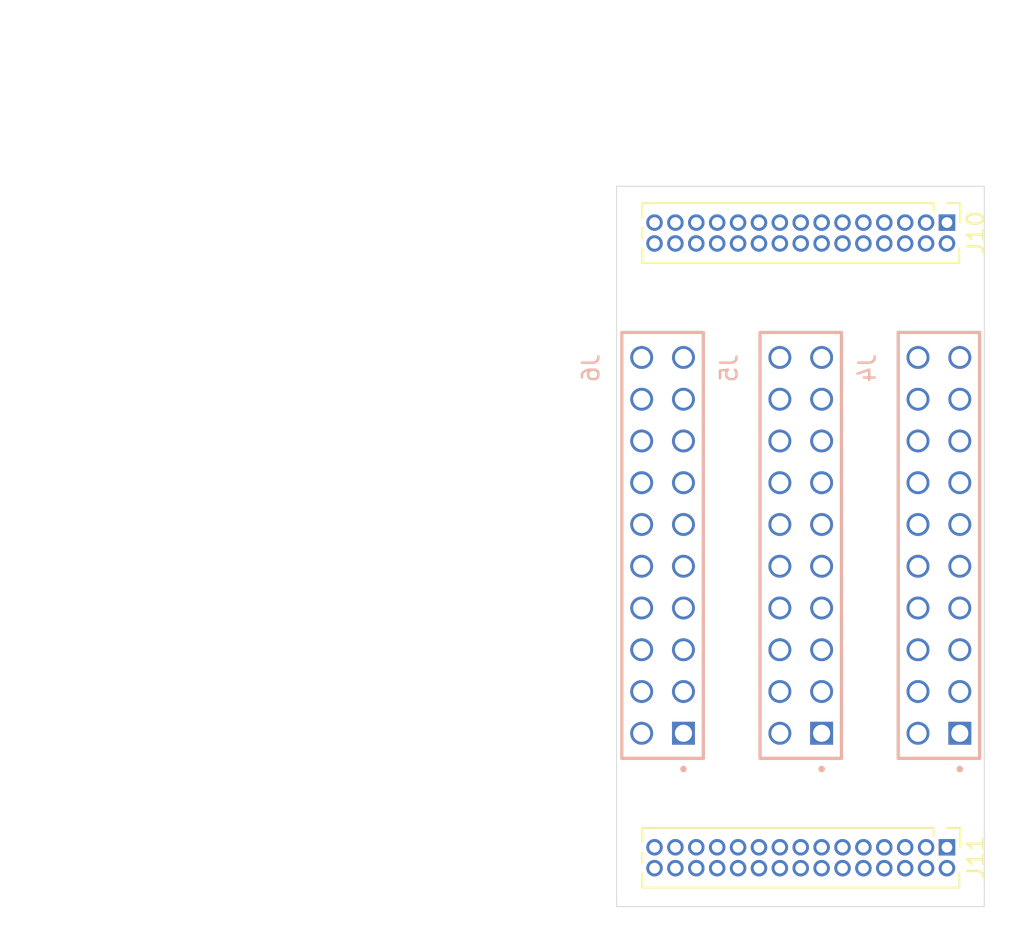
<source format=kicad_pcb>
(kicad_pcb (version 20241229) (generator "pcbnew") (generator_version "9.0")
  (layers (0 "F.Cu" mixed) (4 "In1.Cu" signal) (6 "In2.Cu" signal) (2 "B.Cu" mixed) (13 "F.Paste" user) (15 "B.Paste" user) (5 "F.SilkS" user "F.Silkscreen") (7 "B.SilkS" user "B.Silkscreen") (1 "F.Mask" user) (3 "B.Mask" user) (25 "Edge.Cuts" user))
  (net 0 "")
  (net 1 "+12V")
  (net 2 "GND")
  (net 3 "2")
  (net 4 "4")
  (net 5 "CAN1_L")
  (net 6 "CAN2_L")
  (net 7 "8")
  (net 8 "10")
  (net 9 "12")
  (net 10 "13")
  (net 11 "15")
  (net 12 "CAN1_H")
  (net 13 "CAN2_H")
  (net 14 "18")
  (net 15 "20")
  (net 16 "6")
  (net 17 "7")
  (net 18 "19")
  (net 19 "11")
  (net 20 "14")
  (net 21 "17")
  (net 22 "1")
  (net 23 "9")
  (net 24 "16")
  (net 25 "30")
  (net 26 "40")
  (net 27 "25")
  (net 28 "23")
  (net 29 "38")
  (net 30 "26")
  (net 31 "35")
  (net 32 "34")
  (net 33 "39")
  (net 34 "36")
  (net 35 "31")
  (net 36 "22")
  (net 37 "28")
  (net 38 "37")
  (net 39 "33")
  (net 40 "29")
  (net 41 "21")
  (net 42 "27")
  (net 43 "49")
  (net 44 "53")
  (net 45 "59")
  (net 46 "48")
  (net 47 "47")
  (net 48 "56")
  (net 49 "52")
  (net 50 "57")
  (net 51 "41")
  (net 52 "58")
  (net 53 "45")
  (net 54 "54")
  (net 55 "60")
  (net 56 "55")
  (net 57 "51")
  (net 58 "50")
  (net 59 "43")
  (net 60 "42")
  (footprint "Connector_PinHeader_1.27mm:PinHeader_2x15_P1.27mm_Vertical" (layer "F.Cu") (at 144.572 102.539 -90)
    (property "Reference" "J10" (at 0.635 -1.745 90) (layer "F.SilkS"))
    (property "Value" "B2B_1")
    (fp_line (start -1.18 18.525) (end -0.317923 18.525) (stroke (width 0.12)) (layer "F.SilkS"))
    (fp_line (start 0.317923 18.525) (end 0.952077 18.525) (stroke (width 0.12)) (layer "F.SilkS"))
    (fp_line (start 1.587923 18.525) (end 2.45 18.525) (stroke (width 0.12)) (layer "F.SilkS"))
    (fp_line (start -1.18 0.81) (end -1.18 18.525) (stroke (width 0.12)) (layer "F.SilkS"))
    (fp_line (start -1.18 0.81) (end -0.666708 0.81) (stroke (width 0.12)) (layer "F.SilkS"))
    (fp_line (start -1.18 0) (end -1.18 -0.81) (stroke (width 0.12)) (layer "F.SilkS"))
    (fp_line (start 1.587923 -0.745) (end 2.45 -0.745) (stroke (width 0.12)) (layer "F.SilkS"))
    (fp_line (start 2.45 -0.745) (end 2.45 18.525) (stroke (width 0.12)) (layer "F.SilkS"))
    (fp_line (start -1.18 -0.81) (end 0 -0.81) (stroke (width 0.12)) (layer "F.SilkS"))
    (pad "1" thru_hole rect (at 0 0 270) (size 1 1) (drill 0.65) (layers "*.Cu" "*.Mask") (net 19 "11"))
    (pad "2" thru_hole circle (at 1.27 0 270) (size 1 1) (drill 0.65) (layers "*.Cu" "*.Mask") (net 9 "12"))
    (pad "3" thru_hole circle (at 0 1.27 270) (size 1 1) (drill 0.65) (layers "*.Cu" "*.Mask") (net 8 "10"))
    (pad "4" thru_hole circle (at 1.27 1.27 270) (size 1 1) (drill 0.65) (layers "*.Cu" "*.Mask") (net 10 "13"))
    (pad "5" thru_hole circle (at 0 2.54 270) (size 1 1) (drill 0.65) (layers "*.Cu" "*.Mask") (net 23 "9"))
    (pad "6" thru_hole circle (at 1.27 2.54 270) (size 1 1) (drill 0.65) (layers "*.Cu" "*.Mask") (net 20 "14"))
    (pad "7" thru_hole circle (at 0 3.81 270) (size 1 1) (drill 0.65) (layers "*.Cu" "*.Mask") (net 7 "8"))
    (pad "8" thru_hole circle (at 1.27 3.81 270) (size 1 1) (drill 0.65) (layers "*.Cu" "*.Mask") (net 11 "15"))
    (pad "9" thru_hole circle (at 0 5.08 270) (size 1 1) (drill 0.65) (layers "*.Cu" "*.Mask") (net 17 "7"))
    (pad "10" thru_hole circle (at 1.27 5.08 270) (size 1 1) (drill 0.65) (layers "*.Cu" "*.Mask") (net 24 "16"))
    (pad "11" thru_hole circle (at 0 6.35 270) (size 1 1) (drill 0.65) (layers "*.Cu" "*.Mask") (net 16 "6"))
    (pad "12" thru_hole circle (at 1.27 6.35 270) (size 1 1) (drill 0.65) (layers "*.Cu" "*.Mask") (net 21 "17"))
    (pad "13" thru_hole circle (at 0 7.62 270) (size 1 1) (drill 0.65) (layers "*.Cu" "*.Mask") (net 4 "4"))
    (pad "14" thru_hole circle (at 1.27 7.62 270) (size 1 1) (drill 0.65) (layers "*.Cu" "*.Mask") (net 14 "18"))
    (pad "15" thru_hole circle (at 0 8.89 270) (size 1 1) (drill 0.65) (layers "*.Cu" "*.Mask") (net 3 "2"))
    (pad "16" thru_hole circle (at 1.27 8.89 270) (size 1 1) (drill 0.65) (layers "*.Cu" "*.Mask") (net 18 "19"))
    (pad "17" thru_hole circle (at 0 10.16 270) (size 1 1) (drill 0.65) (layers "*.Cu" "*.Mask") (net 22 "1"))
    (pad "18" thru_hole circle (at 1.27 10.16 270) (size 1 1) (drill 0.65) (layers "*.Cu" "*.Mask") (net 15 "20"))
    (pad "19" thru_hole circle (at 0 11.43 270) (size 1 1) (drill 0.65) (layers "*.Cu" "*.Mask") (net 13 "CAN2_H"))
    (pad "20" thru_hole circle (at 1.27 11.43 270) (size 1 1) (drill 0.65) (layers "*.Cu" "*.Mask") (net 41 "21"))
    (pad "21" thru_hole circle (at 0 12.7 270) (size 1 1) (drill 0.65) (layers "*.Cu" "*.Mask") (net 6 "CAN2_L"))
    (pad "22" thru_hole circle (at 1.27 12.7 270) (size 1 1) (drill 0.65) (layers "*.Cu" "*.Mask") (net 36 "22"))
    (pad "23" thru_hole circle (at 0 13.97 270) (size 1 1) (drill 0.65) (layers "*.Cu" "*.Mask") (net 12 "CAN1_H"))
    (pad "24" thru_hole circle (at 1.27 13.97 270) (size 1 1) (drill 0.65) (layers "*.Cu" "*.Mask") (net 28 "23"))
    (pad "25" thru_hole circle (at 0 15.24 270) (size 1 1) (drill 0.65) (layers "*.Cu" "*.Mask") (net 5 "CAN1_L"))
    (pad "26" thru_hole circle (at 1.27 15.24 270) (size 1 1) (drill 0.65) (layers "*.Cu" "*.Mask") (net 27 "25"))
    (pad "27" thru_hole circle (at 0 16.51 270) (size 1 1) (drill 0.65) (layers "*.Cu" "*.Mask") (net 2 "GND"))
    (pad "28" thru_hole circle (at 1.27 16.51 270) (size 1 1) (drill 0.65) (layers "*.Cu" "*.Mask") (net 30 "26"))
    (pad "29" thru_hole circle (at 0 17.78 270) (size 1 1) (drill 0.65) (layers "*.Cu" "*.Mask") (net 1 "+12V"))
    (pad "30" thru_hole circle (at 1.27 17.78 270) (size 1 1) (drill 0.65) (layers "*.Cu" "*.Mask") (net 42 "27"))
  )
  (footprint "Connector_PinHeader_1.27mm:PinHeader_2x15_P1.27mm_Vertical" (layer "F.Cu") (at 144.572 140.539 -90)
    (property "Reference" "J11" (at 0.635 -1.745 90) (layer "F.SilkS"))
    (property "Value" "B2B_2")
    (fp_line (start -1.18 18.525) (end -0.317923 18.525) (stroke (width 0.12)) (layer "F.SilkS"))
    (fp_line (start 0.317923 18.525) (end 0.952077 18.525) (stroke (width 0.12)) (layer "F.SilkS"))
    (fp_line (start 1.587923 18.525) (end 2.45 18.525) (stroke (width 0.12)) (layer "F.SilkS"))
    (fp_line (start -1.18 0.81) (end -1.18 18.525) (stroke (width 0.12)) (layer "F.SilkS"))
    (fp_line (start -1.18 0.81) (end -0.666708 0.81) (stroke (width 0.12)) (layer "F.SilkS"))
    (fp_line (start -1.18 0) (end -1.18 -0.81) (stroke (width 0.12)) (layer "F.SilkS"))
    (fp_line (start 1.587923 -0.745) (end 2.45 -0.745) (stroke (width 0.12)) (layer "F.SilkS"))
    (fp_line (start 2.45 -0.745) (end 2.45 18.525) (stroke (width 0.12)) (layer "F.SilkS"))
    (fp_line (start -1.18 -0.81) (end 0 -0.81) (stroke (width 0.12)) (layer "F.SilkS"))
    (pad "1" thru_hole rect (at 0 0 270) (size 1 1) (drill 0.65) (layers "*.Cu" "*.Mask") (net 59 "43"))
    (pad "2" thru_hole circle (at 1.27 0 270) (size 1 1) (drill 0.65) (layers "*.Cu" "*.Mask") (net 53 "45"))
    (pad "3" thru_hole circle (at 0 1.27 270) (size 1 1) (drill 0.65) (layers "*.Cu" "*.Mask") (net 60 "42"))
    (pad "4" thru_hole circle (at 1.27 1.27 270) (size 1 1) (drill 0.65) (layers "*.Cu" "*.Mask") (net 47 "47"))
    (pad "5" thru_hole circle (at 0 2.54 270) (size 1 1) (drill 0.65) (layers "*.Cu" "*.Mask") (net 51 "41"))
    (pad "6" thru_hole circle (at 1.27 2.54 270) (size 1 1) (drill 0.65) (layers "*.Cu" "*.Mask") (net 46 "48"))
    (pad "7" thru_hole circle (at 0 3.81 270) (size 1 1) (drill 0.65) (layers "*.Cu" "*.Mask") (net 26 "40"))
    (pad "8" thru_hole circle (at 1.27 3.81 270) (size 1 1) (drill 0.65) (layers "*.Cu" "*.Mask") (net 43 "49"))
    (pad "9" thru_hole circle (at 0 5.08 270) (size 1 1) (drill 0.65) (layers "*.Cu" "*.Mask") (net 33 "39"))
    (pad "10" thru_hole circle (at 1.27 5.08 270) (size 1 1) (drill 0.65) (layers "*.Cu" "*.Mask") (net 58 "50"))
    (pad "11" thru_hole circle (at 0 6.35 270) (size 1 1) (drill 0.65) (layers "*.Cu" "*.Mask") (net 29 "38"))
    (pad "12" thru_hole circle (at 1.27 6.35 270) (size 1 1) (drill 0.65) (layers "*.Cu" "*.Mask") (net 57 "51"))
    (pad "13" thru_hole circle (at 0 7.62 270) (size 1 1) (drill 0.65) (layers "*.Cu" "*.Mask") (net 38 "37"))
    (pad "14" thru_hole circle (at 1.27 7.62 270) (size 1 1) (drill 0.65) (layers "*.Cu" "*.Mask") (net 49 "52"))
    (pad "15" thru_hole circle (at 0 8.89 270) (size 1 1) (drill 0.65) (layers "*.Cu" "*.Mask") (net 34 "36"))
    (pad "16" thru_hole circle (at 1.27 8.89 270) (size 1 1) (drill 0.65) (layers "*.Cu" "*.Mask") (net 44 "53"))
    (pad "17" thru_hole circle (at 0 10.16 270) (size 1 1) (drill 0.65) (layers "*.Cu" "*.Mask") (net 31 "35"))
    (pad "18" thru_hole circle (at 1.27 10.16 270) (size 1 1) (drill 0.65) (layers "*.Cu" "*.Mask") (net 54 "54"))
    (pad "19" thru_hole circle (at 0 11.43 270) (size 1 1) (drill 0.65) (layers "*.Cu" "*.Mask") (net 32 "34"))
    (pad "20" thru_hole circle (at 1.27 11.43 270) (size 1 1) (drill 0.65) (layers "*.Cu" "*.Mask") (net 56 "55"))
    (pad "21" thru_hole circle (at 0 12.7 270) (size 1 1) (drill 0.65) (layers "*.Cu" "*.Mask") (net 39 "33"))
    (pad "22" thru_hole circle (at 1.27 12.7 270) (size 1 1) (drill 0.65) (layers "*.Cu" "*.Mask") (net 48 "56"))
    (pad "23" thru_hole circle (at 0 13.97 270) (size 1 1) (drill 0.65) (layers "*.Cu" "*.Mask") (net 35 "31"))
    (pad "24" thru_hole circle (at 1.27 13.97 270) (size 1 1) (drill 0.65) (layers "*.Cu" "*.Mask") (net 50 "57"))
    (pad "25" thru_hole circle (at 0 15.24 270) (size 1 1) (drill 0.65) (layers "*.Cu" "*.Mask") (net 25 "30"))
    (pad "26" thru_hole circle (at 1.27 15.24 270) (size 1 1) (drill 0.65) (layers "*.Cu" "*.Mask") (net 52 "58"))
    (pad "27" thru_hole circle (at 0 16.51 270) (size 1 1) (drill 0.65) (layers "*.Cu" "*.Mask") (net 40 "29"))
    (pad "28" thru_hole circle (at 1.27 16.51 270) (size 1 1) (drill 0.65) (layers "*.Cu" "*.Mask") (net 45 "59"))
    (pad "29" thru_hole circle (at 0 17.78 270) (size 1 1) (drill 0.65) (layers "*.Cu" "*.Mask") (net 37 "28"))
    (pad "30" thru_hole circle (at 1.27 17.78 270) (size 1 1) (drill 0.65) (layers "*.Cu" "*.Mask") (net 55 "60"))
  )
  (footprint "PSA:ESW-110-44-F-D" (layer "B.Cu") (at 127.282 122.174 -90)
    (property "Reference" "J6" (at -10.78 4.36 90) (layer "B.SilkS") (effects (justify mirror)))
    (property "Value" "to_car_3")
    (fp_line (start 12.955 2.475) (end -12.955 2.475) (stroke (width 0.2)) (layer "B.SilkS"))
    (fp_line (start 12.955 2.475) (end 12.955 -2.475) (stroke (width 0.2)) (layer "B.SilkS"))
    (fp_line (start -12.955 -2.475) (end -12.955 2.475) (stroke (width 0.2)) (layer "B.SilkS"))
    (fp_line (start 12.955 -2.475) (end -12.955 -2.475) (stroke (width 0.2)) (layer "B.SilkS"))
    (fp_circle (center 13.605 -1.27) (end 13.705 -1.27) (stroke (width 0.2)) (fill no) (layer "B.SilkS"))
    (pad "1" thru_hole rect (at 11.43 -1.27 270) (size 1.39 1.39) (drill 1.04) (layers "*.Cu" "*.Mask") (net 51 "41"))
    (pad "2" thru_hole circle (at 8.89 -1.27 270) (size 1.39 1.39) (drill 1.04) (layers "*.Cu" "*.Mask") (net 60 "42"))
    (pad "3" thru_hole circle (at 6.35 -1.27 270) (size 1.39 1.39) (drill 1.04) (layers "*.Cu" "*.Mask") (net 59 "43"))
    (pad "4" thru_hole circle (at 3.81 -1.27 270) (size 1.39 1.39) (drill 1.04) (layers "*.Cu" "*.Mask") (net 5 "CAN1_L"))
    (pad "5" thru_hole circle (at 1.27 -1.27 270) (size 1.39 1.39) (drill 1.04) (layers "*.Cu" "*.Mask") (net 53 "45"))
    (pad "6" thru_hole circle (at -1.27 -1.27 270) (size 1.39 1.39) (drill 1.04) (layers "*.Cu" "*.Mask") (net 12 "CAN1_H"))
    (pad "7" thru_hole circle (at -3.81 -1.27 270) (size 1.39 1.39) (drill 1.04) (layers "*.Cu" "*.Mask") (net 47 "47"))
    (pad "8" thru_hole circle (at -6.35 -1.27 270) (size 1.39 1.39) (drill 1.04) (layers "*.Cu" "*.Mask") (net 46 "48"))
    (pad "9" thru_hole circle (at -8.89 -1.27 270) (size 1.39 1.39) (drill 1.04) (layers "*.Cu" "*.Mask") (net 43 "49"))
    (pad "10" thru_hole circle (at -11.43 -1.27 270) (size 1.39 1.39) (drill 1.04) (layers "*.Cu" "*.Mask") (net 58 "50"))
    (pad "11" thru_hole circle (at 11.43 1.27 270) (size 1.39 1.39) (drill 1.04) (layers "*.Cu" "*.Mask") (net 57 "51"))
    (pad "12" thru_hole circle (at 8.89 1.27 270) (size 1.39 1.39) (drill 1.04) (layers "*.Cu" "*.Mask") (net 49 "52"))
    (pad "13" thru_hole circle (at 6.35 1.27 270) (size 1.39 1.39) (drill 1.04) (layers "*.Cu" "*.Mask") (net 44 "53"))
    (pad "14" thru_hole circle (at 3.81 1.27 270) (size 1.39 1.39) (drill 1.04) (layers "*.Cu" "*.Mask") (net 54 "54"))
    (pad "15" thru_hole circle (at 1.27 1.27 270) (size 1.39 1.39) (drill 1.04) (layers "*.Cu" "*.Mask") (net 56 "55"))
    (pad "16" thru_hole circle (at -1.27 1.27 270) (size 1.39 1.39) (drill 1.04) (layers "*.Cu" "*.Mask") (net 48 "56"))
    (pad "17" thru_hole circle (at -3.81 1.27 270) (size 1.39 1.39) (drill 1.04) (layers "*.Cu" "*.Mask") (net 50 "57"))
    (pad "18" thru_hole circle (at -6.35 1.27 270) (size 1.39 1.39) (drill 1.04) (layers "*.Cu" "*.Mask") (net 52 "58"))
    (pad "19" thru_hole circle (at -8.89 1.27 270) (size 1.39 1.39) (drill 1.04) (layers "*.Cu" "*.Mask") (net 45 "59"))
    (pad "20" thru_hole circle (at -11.43 1.27 270) (size 1.39 1.39) (drill 1.04) (layers "*.Cu" "*.Mask") (net 55 "60"))
  )
  (footprint "PSA:ESW-110-44-F-D" (layer "B.Cu") (at 144.082 122.174 -90)
    (property "Reference" "J4" (at -10.78 4.36 90) (layer "B.SilkS") (effects (justify mirror)))
    (property "Value" "to_car_1")
    (fp_line (start 12.955 2.475) (end -12.955 2.475) (stroke (width 0.2)) (layer "B.SilkS"))
    (fp_line (start 12.955 2.475) (end 12.955 -2.475) (stroke (width 0.2)) (layer "B.SilkS"))
    (fp_line (start -12.955 -2.475) (end -12.955 2.475) (stroke (width 0.2)) (layer "B.SilkS"))
    (fp_line (start 12.955 -2.475) (end -12.955 -2.475) (stroke (width 0.2)) (layer "B.SilkS"))
    (fp_circle (center 13.605 -1.27) (end 13.705 -1.27) (stroke (width 0.2)) (fill no) (layer "B.SilkS"))
    (pad "1" thru_hole rect (at 11.43 -1.27 270) (size 1.39 1.39) (drill 1.04) (layers "*.Cu" "*.Mask") (net 22 "1"))
    (pad "2" thru_hole circle (at 8.89 -1.27 270) (size 1.39 1.39) (drill 1.04) (layers "*.Cu" "*.Mask") (net 3 "2"))
    (pad "3" thru_hole circle (at 6.35 -1.27 270) (size 1.39 1.39) (drill 1.04) (layers "*.Cu" "*.Mask") (net 6 "CAN2_L"))
    (pad "4" thru_hole circle (at 3.81 -1.27 270) (size 1.39 1.39) (drill 1.04) (layers "*.Cu" "*.Mask") (net 4 "4"))
    (pad "5" thru_hole circle (at 1.27 -1.27 270) (size 1.39 1.39) (drill 1.04) (layers "*.Cu" "*.Mask") (net 13 "CAN2_H"))
    (pad "6" thru_hole circle (at -1.27 -1.27 270) (size 1.39 1.39) (drill 1.04) (layers "*.Cu" "*.Mask") (net 16 "6"))
    (pad "7" thru_hole circle (at -3.81 -1.27 270) (size 1.39 1.39) (drill 1.04) (layers "*.Cu" "*.Mask") (net 17 "7"))
    (pad "8" thru_hole circle (at -6.35 -1.27 270) (size 1.39 1.39) (drill 1.04) (layers "*.Cu" "*.Mask") (net 7 "8"))
    (pad "9" thru_hole circle (at -8.89 -1.27 270) (size 1.39 1.39) (drill 1.04) (layers "*.Cu" "*.Mask") (net 23 "9"))
    (pad "10" thru_hole circle (at -11.43 -1.27 270) (size 1.39 1.39) (drill 1.04) (layers "*.Cu" "*.Mask") (net 8 "10"))
    (pad "11" thru_hole circle (at 11.43 1.27 270) (size 1.39 1.39) (drill 1.04) (layers "*.Cu" "*.Mask") (net 19 "11"))
    (pad "12" thru_hole circle (at 8.89 1.27 270) (size 1.39 1.39) (drill 1.04) (layers "*.Cu" "*.Mask") (net 9 "12"))
    (pad "13" thru_hole circle (at 6.35 1.27 270) (size 1.39 1.39) (drill 1.04) (layers "*.Cu" "*.Mask") (net 10 "13"))
    (pad "14" thru_hole circle (at 3.81 1.27 270) (size 1.39 1.39) (drill 1.04) (layers "*.Cu" "*.Mask") (net 20 "14"))
    (pad "15" thru_hole circle (at 1.27 1.27 270) (size 1.39 1.39) (drill 1.04) (layers "*.Cu" "*.Mask") (net 11 "15"))
    (pad "16" thru_hole circle (at -1.27 1.27 270) (size 1.39 1.39) (drill 1.04) (layers "*.Cu" "*.Mask") (net 24 "16"))
    (pad "17" thru_hole circle (at -3.81 1.27 270) (size 1.39 1.39) (drill 1.04) (layers "*.Cu" "*.Mask") (net 21 "17"))
    (pad "18" thru_hole circle (at -6.35 1.27 270) (size 1.39 1.39) (drill 1.04) (layers "*.Cu" "*.Mask") (net 14 "18"))
    (pad "19" thru_hole circle (at -8.89 1.27 270) (size 1.39 1.39) (drill 1.04) (layers "*.Cu" "*.Mask") (net 18 "19"))
    (pad "20" thru_hole circle (at -11.43 1.27 270) (size 1.39 1.39) (drill 1.04) (layers "*.Cu" "*.Mask") (net 15 "20"))
  )
  (footprint "PSA:ESW-110-44-F-D" (layer "B.Cu") (at 135.682 122.174 -90)
    (property "Reference" "J5" (at -10.78 4.36 90) (layer "B.SilkS") (effects (justify mirror)))
    (property "Value" "to_car_2")
    (fp_line (start 12.955 2.475) (end -12.955 2.475) (stroke (width 0.2)) (layer "B.SilkS"))
    (fp_line (start 12.955 2.475) (end 12.955 -2.475) (stroke (width 0.2)) (layer "B.SilkS"))
    (fp_line (start -12.955 -2.475) (end -12.955 2.475) (stroke (width 0.2)) (layer "B.SilkS"))
    (fp_line (start 12.955 -2.475) (end -12.955 -2.475) (stroke (width 0.2)) (layer "B.SilkS"))
    (fp_circle (center 13.605 -1.27) (end 13.705 -1.27) (stroke (width 0.2)) (fill no) (layer "B.SilkS"))
    (pad "1" thru_hole rect (at 11.43 -1.27 270) (size 1.39 1.39) (drill 1.04) (layers "*.Cu" "*.Mask") (net 41 "21"))
    (pad "2" thru_hole circle (at 8.89 -1.27 270) (size 1.39 1.39) (drill 1.04) (layers "*.Cu" "*.Mask") (net 36 "22"))
    (pad "3" thru_hole circle (at 6.35 -1.27 270) (size 1.39 1.39) (drill 1.04) (layers "*.Cu" "*.Mask") (net 28 "23"))
    (pad "4" thru_hole circle (at 3.81 -1.27 270) (size 1.39 1.39) (drill 1.04) (layers "*.Cu" "*.Mask") (net 2 "GND"))
    (pad "5" thru_hole circle (at 1.27 -1.27 270) (size 1.39 1.39) (drill 1.04) (layers "*.Cu" "*.Mask") (net 27 "25"))
    (pad "6" thru_hole circle (at -1.27 -1.27 270) (size 1.39 1.39) (drill 1.04) (layers "*.Cu" "*.Mask") (net 30 "26"))
    (pad "7" thru_hole circle (at -3.81 -1.27 270) (size 1.39 1.39) (drill 1.04) (layers "*.Cu" "*.Mask") (net 42 "27"))
    (pad "8" thru_hole circle (at -6.35 -1.27 270) (size 1.39 1.39) (drill 1.04) (layers "*.Cu" "*.Mask") (net 37 "28"))
    (pad "9" thru_hole circle (at -8.89 -1.27 270) (size 1.39 1.39) (drill 1.04) (layers "*.Cu" "*.Mask") (net 40 "29"))
    (pad "10" thru_hole circle (at -11.43 -1.27 270) (size 1.39 1.39) (drill 1.04) (layers "*.Cu" "*.Mask") (net 25 "30"))
    (pad "11" thru_hole circle (at 11.43 1.27 270) (size 1.39 1.39) (drill 1.04) (layers "*.Cu" "*.Mask") (net 35 "31"))
    (pad "12" thru_hole circle (at 8.89 1.27 270) (size 1.39 1.39) (drill 1.04) (layers "*.Cu" "*.Mask") (net 1 "+12V"))
    (pad "13" thru_hole circle (at 6.35 1.27 270) (size 1.39 1.39) (drill 1.04) (layers "*.Cu" "*.Mask") (net 39 "33"))
    (pad "14" thru_hole circle (at 3.81 1.27 270) (size 1.39 1.39) (drill 1.04) (layers "*.Cu" "*.Mask") (net 32 "34"))
    (pad "15" thru_hole circle (at 1.27 1.27 270) (size 1.39 1.39) (drill 1.04) (layers "*.Cu" "*.Mask") (net 31 "35"))
    (pad "16" thru_hole circle (at -1.27 1.27 270) (size 1.39 1.39) (drill 1.04) (layers "*.Cu" "*.Mask") (net 34 "36"))
    (pad "17" thru_hole circle (at -3.81 1.27 270) (size 1.39 1.39) (drill 1.04) (layers "*.Cu" "*.Mask") (net 38 "37"))
    (pad "18" thru_hole circle (at -6.35 1.27 270) (size 1.39 1.39) (drill 1.04) (layers "*.Cu" "*.Mask") (net 29 "38"))
    (pad "19" thru_hole circle (at -8.89 1.27 270) (size 1.39 1.39) (drill 1.04) (layers "*.Cu" "*.Mask") (net 33 "39"))
    (pad "20" thru_hole circle (at -11.43 1.27 270) (size 1.39 1.39) (drill 1.04) (layers "*.Cu" "*.Mask") (net 26 "40"))
  )
  (gr_line (start 124.488 144.145) (end 124.488 100.33) (stroke (width 0.05)) (layer "Edge.Cuts"))
  (gr_line (start 146.84 100.33) (end 146.84 144.145) (stroke (width 0.05)) (layer "Edge.Cuts"))
  (gr_line (start 124.488 100.33) (end 146.84 100.33) (stroke (width 0.05)) (layer "Edge.Cuts"))
  (gr_line (start 146.84 144.145) (end 124.488 144.145) (stroke (width 0.05)) (layer "Edge.Cuts"))
)
</source>
